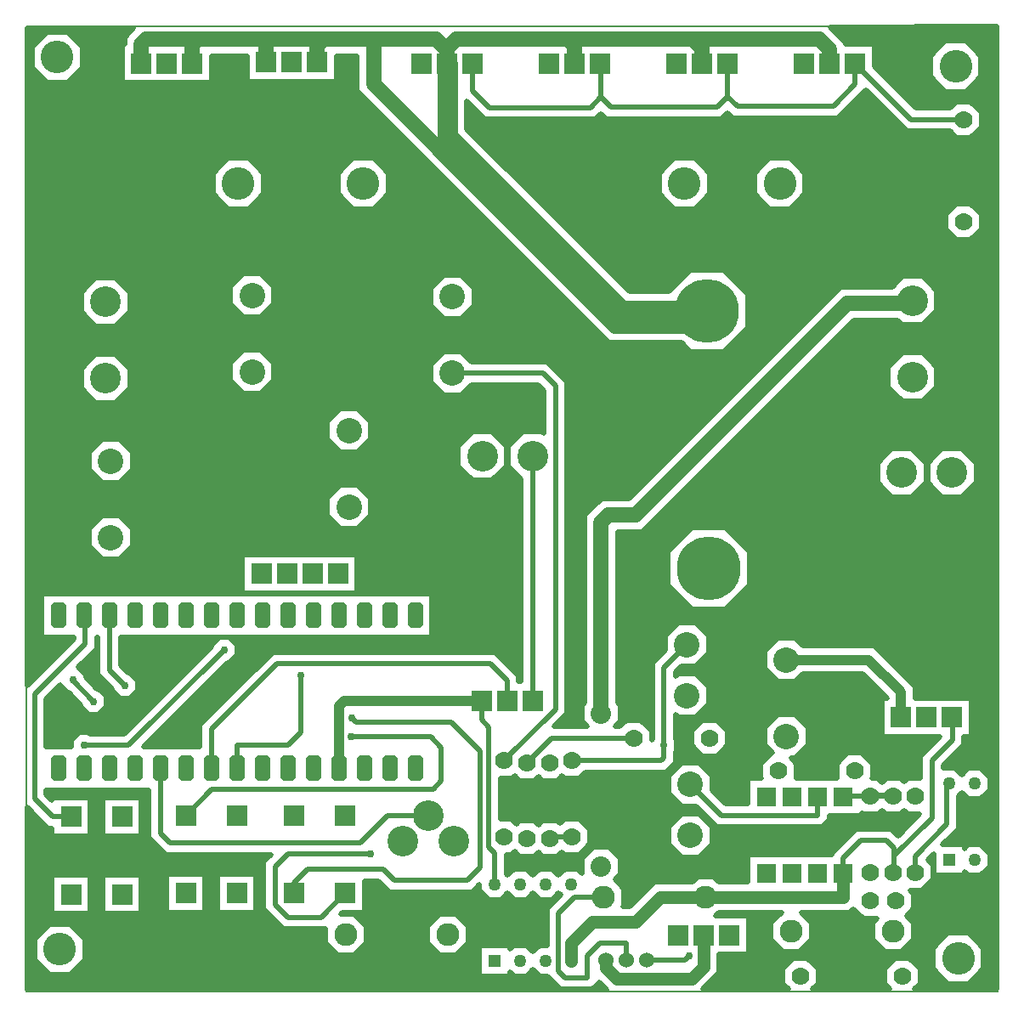
<source format=gbr>
G04 PROTEUS GERBER X2 FILE*
%TF.GenerationSoftware,Labcenter,Proteus,8.13-SP0-Build31525*%
%TF.CreationDate,2023-02-16T13:29:28+00:00*%
%TF.FileFunction,Copper,L1,Top*%
%TF.FilePolarity,Positive*%
%TF.Part,Single*%
%TF.SameCoordinates,{1a083b5a-91e7-4c28-9893-6f2ba5a781e2}*%
%FSLAX45Y45*%
%MOMM*%
G01*
%TA.AperFunction,Conductor*%
%ADD10C,1.524000*%
%ADD11C,2.032000*%
%ADD12C,0.508000*%
%ADD13C,1.016000*%
%ADD14C,1.270000*%
%TA.AperFunction,ViaPad*%
%ADD15C,0.762000*%
%TA.AperFunction,ComponentPad*%
%ADD16R,2.032000X2.032000*%
%TA.AperFunction,ComponentPad*%
%ADD17C,3.048000*%
%TA.AperFunction,ComponentPad*%
%ADD18R,1.905000X1.905000*%
%TA.AperFunction,ComponentPad*%
%ADD19C,2.540000*%
%ADD70C,6.350000*%
%TA.AperFunction,ComponentPad*%
%ADD71C,3.251200*%
%TA.AperFunction,ComponentPad*%
%ADD20C,2.286000*%
%ADD21C,1.778000*%
%TA.AperFunction,OtherPad,Unknown*%
%ADD22C,3.251200*%
%AMDIL015*
4,1,8,
-0.762000,0.965200,-0.457200,1.270000,0.457200,1.270000,0.762000,0.965200,0.762000,-0.965200,
0.457200,-1.270000,-0.457200,-1.270000,-0.762000,-0.965200,-0.762000,0.965200,
0*%
%TA.AperFunction,ComponentPad*%
%ADD23DIL015*%
%TA.AperFunction,ComponentPad*%
%ADD24R,1.270000X1.270000*%
%ADD25C,1.270000*%
%TA.AperFunction,ComponentPad*%
%ADD26C,1.524000*%
%TA.AperFunction,ComponentPad*%
%ADD27C,2.032000*%
%TA.AperFunction,Profile*%
%ADD28C,0.203200*%
%TD.AperFunction*%
G36*
X+4842171Y-4776697D02*
X+4020770Y-4777776D01*
X+4076699Y-4721847D01*
X+4076699Y-4574553D01*
X+3972547Y-4470401D01*
X+3825253Y-4470401D01*
X+3721101Y-4574553D01*
X+3721101Y-4721847D01*
X+3777350Y-4778096D01*
X+3003433Y-4779113D01*
X+3060699Y-4721847D01*
X+3060699Y-4574553D01*
X+2956547Y-4470401D01*
X+2809253Y-4470401D01*
X+2705101Y-4574553D01*
X+2705101Y-4721847D01*
X+2762684Y-4779430D01*
X+1911977Y-4780547D01*
X+2072639Y-4619885D01*
X+2072639Y-4429759D01*
X+2364739Y-4429759D01*
X+2364739Y-4048761D01*
X+2039966Y-4048761D01*
X+2075528Y-4013199D01*
X+2697134Y-4013199D01*
X+2590801Y-4119532D01*
X+2590801Y-4287868D01*
X+2709832Y-4406899D01*
X+2878168Y-4406899D01*
X+2997199Y-4287868D01*
X+2997199Y-4119532D01*
X+2890866Y-4013199D01*
X+3371476Y-4013199D01*
X+3407864Y-3976810D01*
X+3507753Y-4076699D01*
X+3649634Y-4076699D01*
X+3606801Y-4119532D01*
X+3606801Y-4287868D01*
X+3725832Y-4406899D01*
X+3894168Y-4406899D01*
X+4013199Y-4287868D01*
X+4013199Y-4119532D01*
X+3939706Y-4046040D01*
X+4013199Y-3972547D01*
X+4013199Y-3825253D01*
X+3979245Y-3791299D01*
X+4099547Y-3791299D01*
X+4203699Y-3687147D01*
X+4203699Y-3539853D01*
X+4152894Y-3489048D01*
X+4211515Y-3430427D01*
X+4211515Y-3644900D01*
X+4516313Y-3644900D01*
X+4516313Y-3606425D01*
X+4554788Y-3644900D01*
X+4681040Y-3644900D01*
X+4770313Y-3555627D01*
X+4770313Y-3429375D01*
X+4681040Y-3340102D01*
X+4554788Y-3340102D01*
X+4516313Y-3378577D01*
X+4516313Y-3340102D01*
X+4301840Y-3340102D01*
X+4457699Y-3184243D01*
X+4457699Y-2852241D01*
X+4490914Y-2819026D01*
X+4554788Y-2882900D01*
X+4681040Y-2882900D01*
X+4770313Y-2793627D01*
X+4770313Y-2667375D01*
X+4681040Y-2578102D01*
X+4554788Y-2578102D01*
X+4490914Y-2641976D01*
X+4427040Y-2578102D01*
X+4308989Y-2578102D01*
X+4308989Y-2550145D01*
X+4512422Y-2346712D01*
X+4512422Y-2260599D01*
X+4584699Y-2260599D01*
X+4584699Y-1879601D01*
X+4024404Y-1879601D01*
X+4024404Y-1762320D01*
X+3620985Y-1358901D01*
X+2908828Y-1358901D01*
X+2832628Y-1282701D01*
X+2653772Y-1282701D01*
X+2527301Y-1409172D01*
X+2527301Y-1588028D01*
X+2653772Y-1714499D01*
X+2832628Y-1714499D01*
X+2908828Y-1638299D01*
X+3505255Y-1638299D01*
X+3745006Y-1878050D01*
X+3745006Y-1879601D01*
X+3695701Y-1879601D01*
X+3695701Y-2260599D01*
X+4275251Y-2260599D01*
X+4080391Y-2455459D01*
X+4080391Y-2679701D01*
X+3952253Y-2679701D01*
X+3917950Y-2714004D01*
X+3883647Y-2679701D01*
X+3736353Y-2679701D01*
X+3695700Y-2720354D01*
X+3655047Y-2679701D01*
X+3598245Y-2679701D01*
X+3600799Y-2677147D01*
X+3600799Y-2529853D01*
X+3496647Y-2425701D01*
X+3349353Y-2425701D01*
X+3245201Y-2529853D01*
X+3245201Y-2677147D01*
X+3247754Y-2679700D01*
X+2842246Y-2679700D01*
X+2844799Y-2677147D01*
X+2844799Y-2529853D01*
X+2791445Y-2476499D01*
X+2832628Y-2476499D01*
X+2959099Y-2350028D01*
X+2959099Y-2171172D01*
X+2832628Y-2044701D01*
X+2653772Y-2044701D01*
X+2527301Y-2171172D01*
X+2527301Y-2350028D01*
X+2602974Y-2425701D01*
X+2593353Y-2425701D01*
X+2489201Y-2529853D01*
X+2489201Y-2677147D01*
X+2491754Y-2679700D01*
X+2362202Y-2679700D01*
X+2362202Y-2933701D01*
X+2142843Y-2933701D01*
X+2001519Y-2792377D01*
X+2001519Y-2648692D01*
X+1875048Y-2522221D01*
X+1696192Y-2522221D01*
X+1569721Y-2648692D01*
X+1569721Y-2827548D01*
X+1696192Y-2954019D01*
X+1839877Y-2954019D01*
X+2048157Y-3162299D01*
X+3101694Y-3162299D01*
X+3168650Y-3095343D01*
X+3168650Y-3047998D01*
X+3492500Y-3047998D01*
X+3492500Y-3020046D01*
X+3507753Y-3035299D01*
X+3655047Y-3035299D01*
X+3695700Y-2994646D01*
X+3736353Y-3035299D01*
X+3883647Y-3035299D01*
X+3917950Y-3000996D01*
X+3952253Y-3035299D01*
X+4073068Y-3035299D01*
X+3857583Y-3250784D01*
X+3788411Y-3181612D01*
X+3438565Y-3181612D01*
X+3194052Y-3426125D01*
X+3194052Y-3441700D01*
X+2362202Y-3441700D01*
X+2362202Y-3708401D01*
X+2075528Y-3708401D01*
X+2024728Y-3657601D01*
X+1856392Y-3657601D01*
X+1805592Y-3708401D01*
X+1427855Y-3708401D01*
X+1178935Y-3957321D01*
X+1115406Y-3957321D01*
X+1127759Y-3944968D01*
X+1127759Y-3776632D01*
X+1037846Y-3686720D01*
X+1089659Y-3634907D01*
X+1089659Y-3477093D01*
X+978067Y-3365501D01*
X+820253Y-3365501D01*
X+708661Y-3477093D01*
X+708661Y-3624956D01*
X+665106Y-3581401D01*
X+538854Y-3581401D01*
X+474980Y-3645275D01*
X+411106Y-3581401D01*
X+284854Y-3581401D01*
X+220980Y-3645275D01*
X+157106Y-3581401D01*
X+30854Y-3581401D01*
X-33020Y-3645275D01*
X-45721Y-3632574D01*
X-45721Y-3435699D01*
X+5067Y-3435699D01*
X+36370Y-3404396D01*
X+86373Y-3454399D01*
X+233667Y-3454399D01*
X+274320Y-3413746D01*
X+314973Y-3454399D01*
X+462267Y-3454399D01*
X+507196Y-3409470D01*
X+533426Y-3435700D01*
X+680720Y-3435700D01*
X+784872Y-3331548D01*
X+784872Y-3184254D01*
X+680720Y-3080102D01*
X+533426Y-3080102D01*
X+488497Y-3125031D01*
X+462267Y-3098801D01*
X+314973Y-3098801D01*
X+274320Y-3139454D01*
X+233667Y-3098801D01*
X+86373Y-3098801D01*
X+55070Y-3130104D01*
X+5067Y-3080101D01*
X-104540Y-3080101D01*
X-104540Y-2679699D01*
X+5067Y-2679699D01*
X+36370Y-2648396D01*
X+86373Y-2698399D01*
X+233667Y-2698399D01*
X+274320Y-2657746D01*
X+314973Y-2698399D01*
X+462267Y-2698399D01*
X+507196Y-2653470D01*
X+533426Y-2679700D01*
X+680720Y-2679700D01*
X+744220Y-2616200D01*
X+1545942Y-2616200D01*
X+1571344Y-2590799D01*
X+1638299Y-2523844D01*
X+1638299Y-2414805D01*
X+1650999Y-2402105D01*
X+1650999Y-2296895D01*
X+1638299Y-2284195D01*
X+1638299Y-2045226D01*
X+1663172Y-2070099D01*
X+1842028Y-2070099D01*
X+1968499Y-1943628D01*
X+1968499Y-1764772D01*
X+1842028Y-1638301D01*
X+1663172Y-1638301D01*
X+1638299Y-1663174D01*
X+1638299Y-1622143D01*
X+1698343Y-1562099D01*
X+1842028Y-1562099D01*
X+1968499Y-1435628D01*
X+1968499Y-1256772D01*
X+1842028Y-1130301D01*
X+1663172Y-1130301D01*
X+1536701Y-1256772D01*
X+1536701Y-1400457D01*
X+1409701Y-1527457D01*
X+1409701Y-2284195D01*
X+1400459Y-2293437D01*
X+1400459Y-2202193D01*
X+1296307Y-2098041D01*
X+1149013Y-2098041D01*
X+1085513Y-2161541D01*
X+1039025Y-2161541D01*
X+1089659Y-2110907D01*
X+1089659Y-1953093D01*
X+1064259Y-1927693D01*
X+1064259Y-219754D01*
X+1307578Y-219754D01*
X+3417213Y+1889881D01*
X+3852171Y+1889881D01*
X+3900551Y+1841501D01*
X+4100449Y+1841501D01*
X+4241799Y+1982851D01*
X+4241799Y+2182749D01*
X+4100449Y+2324099D01*
X+3900551Y+2324099D01*
X+3796531Y+2220079D01*
X+3280443Y+2220079D01*
X+1170808Y+110444D01*
X+900775Y+110444D01*
X+734061Y-56270D01*
X+734061Y-1927693D01*
X+708661Y-1953093D01*
X+708661Y-2110907D01*
X+759295Y-2161541D01*
X+433421Y-2161541D01*
X+558799Y-2036163D01*
X+558799Y+1279243D01*
X+364843Y+1473199D01*
X-393172Y+1473199D01*
X-494772Y+1574799D01*
X-673628Y+1574799D01*
X-800099Y+1448328D01*
X-800099Y+1269472D01*
X-673628Y+1143001D01*
X-494772Y+1143001D01*
X-393172Y+1244601D01*
X+270157Y+1244601D01*
X+330201Y+1184557D01*
X+330201Y+760347D01*
X+315849Y+774699D01*
X+115951Y+774699D01*
X-25399Y+633349D01*
X-25399Y+433451D01*
X+101601Y+306451D01*
X+101601Y-1714501D01*
X+76199Y-1714501D01*
X+76199Y-1654457D01*
X-158146Y-1420112D01*
X-2376648Y-1420112D01*
X-3098799Y-2142263D01*
X-3098799Y-2362201D01*
X-3661059Y-2362201D01*
X-2822857Y-1523999D01*
X-2804895Y-1523999D01*
X-2730501Y-1449605D01*
X-2730501Y-1344395D01*
X-2804895Y-1270001D01*
X-2910105Y-1270001D01*
X-2984499Y-1344395D01*
X-2984499Y-1362357D01*
X-3857343Y-2235201D01*
X-4189195Y-2235201D01*
X-4201895Y-2222501D01*
X-4307105Y-2222501D01*
X-4381499Y-2296895D01*
X-4381499Y-2362201D01*
X-4631680Y-2362201D01*
X-4631680Y-1888371D01*
X-4492401Y-1749092D01*
X-4492401Y-1751206D01*
X-4418007Y-1825600D01*
X-4406642Y-1825600D01*
X-4286249Y-1945993D01*
X-4286249Y-1963955D01*
X-4211855Y-2038349D01*
X-4106645Y-2038349D01*
X-4032251Y-1963955D01*
X-4032251Y-1858745D01*
X-4106645Y-1784351D01*
X-4124607Y-1784351D01*
X-4238403Y-1670555D01*
X-4238403Y-1645996D01*
X-4312797Y-1571602D01*
X-4314911Y-1571602D01*
X-4129503Y-1386194D01*
X-4129503Y-1269999D01*
X-4114799Y-1269999D01*
X-4114799Y-1647859D01*
X-3971841Y-1790817D01*
X-3971841Y-1808779D01*
X-3897447Y-1883173D01*
X-3792237Y-1883173D01*
X-3717843Y-1808779D01*
X-3717843Y-1703569D01*
X-3792237Y-1629175D01*
X-3810199Y-1629175D01*
X-3886201Y-1553173D01*
X-3886201Y-1269999D01*
X-787401Y-1269999D01*
X-787401Y-838201D01*
X-4673599Y-838201D01*
X-4673599Y-1269999D01*
X-4358099Y-1269999D01*
X-4358099Y-1291506D01*
X-4822529Y-1755936D01*
X-4822529Y+4799103D01*
X-3757428Y+4800503D01*
X-3848043Y+4709888D01*
X-3848043Y+4635499D01*
X-3873499Y+4635499D01*
X-3873499Y+4254501D01*
X-2984501Y+4254501D01*
X-2984501Y+4522750D01*
X-2628899Y+4522750D01*
X-2628899Y+4267201D01*
X-1739901Y+4267201D01*
X-1739901Y+4522750D01*
X-1532501Y+4522750D01*
X-1532501Y+4169216D01*
X+973014Y+1663701D01*
X+1698564Y+1663701D01*
X+1787464Y+1574801D01*
X+2124136Y+1574801D01*
X+2362199Y+1812864D01*
X+2362199Y+2149536D01*
X+2124136Y+2387599D01*
X+1787464Y+2387599D01*
X+1571564Y+2171699D01*
X+1183807Y+2171699D01*
X-438774Y+3794280D01*
X-438774Y+4068232D01*
X-263328Y+3892786D01*
X+840515Y+3892786D01*
X+895798Y+3948069D01*
X+949293Y+3894574D01*
X+2100416Y+3894574D01*
X+2159000Y+3953158D01*
X+2207879Y+3904279D01*
X+3258841Y+3904279D01*
X+3533460Y+4178898D01*
X+3940457Y+3771901D01*
X+4371353Y+3771901D01*
X+4434853Y+3708401D01*
X+4582147Y+3708401D01*
X+4686299Y+3812553D01*
X+4686299Y+3959847D01*
X+4582147Y+4063999D01*
X+4434853Y+4063999D01*
X+4371353Y+4000499D01*
X+4035143Y+4000499D01*
X+3619499Y+4416143D01*
X+3619499Y+4635499D01*
X+3336100Y+4635499D01*
X+3336100Y+4655521D01*
X+3182000Y+4809621D01*
X+4842171Y+4811803D01*
X+4842171Y-4776697D01*
G37*
%LPC*%
G36*
X+3900551Y+1562099D02*
X+4100449Y+1562099D01*
X+4241799Y+1420749D01*
X+4241799Y+1220851D01*
X+4100449Y+1079501D01*
X+3900551Y+1079501D01*
X+3759201Y+1220851D01*
X+3759201Y+1420749D01*
X+3900551Y+1562099D01*
G37*
G36*
X+1800164Y-177801D02*
X+2136836Y-177801D01*
X+2374899Y-415864D01*
X+2374899Y-752536D01*
X+2136836Y-990599D01*
X+1800164Y-990599D01*
X+1562101Y-752536D01*
X+1562101Y-415864D01*
X+1800164Y-177801D01*
G37*
G36*
X-4138549Y+2311399D02*
X-3938651Y+2311399D01*
X-3797301Y+2170049D01*
X-3797301Y+1970151D01*
X-3938651Y+1828801D01*
X-4138549Y+1828801D01*
X-4279899Y+1970151D01*
X-4279899Y+2170049D01*
X-4138549Y+2311399D01*
G37*
G36*
X-4138549Y+1549399D02*
X-3938651Y+1549399D01*
X-3797301Y+1408049D01*
X-3797301Y+1208151D01*
X-3938651Y+1066801D01*
X-4138549Y+1066801D01*
X-4279899Y+1208151D01*
X-4279899Y+1408049D01*
X-4138549Y+1549399D01*
G37*
G36*
X-4077228Y+698499D02*
X-3898372Y+698499D01*
X-3771901Y+572028D01*
X-3771901Y+393172D01*
X-3898372Y+266701D01*
X-4077228Y+266701D01*
X-4203699Y+393172D01*
X-4203699Y+572028D01*
X-4077228Y+698499D01*
G37*
G36*
X-4077228Y-63501D02*
X-3898372Y-63501D01*
X-3771901Y-189972D01*
X-3771901Y-368828D01*
X-3898372Y-495299D01*
X-4077228Y-495299D01*
X-4203699Y-368828D01*
X-4203699Y-189972D01*
X-4077228Y-63501D01*
G37*
G36*
X+2931159Y+3355358D02*
X+2931159Y+3147042D01*
X+2783858Y+2999741D01*
X+2575542Y+2999741D01*
X+2428241Y+3147042D01*
X+2428241Y+3355358D01*
X+2575542Y+3502659D01*
X+2783858Y+3502659D01*
X+2931159Y+3355358D01*
G37*
G36*
X-2466341Y+3355358D02*
X-2466341Y+3147042D01*
X-2613642Y+2999741D01*
X-2821958Y+2999741D01*
X-2969259Y+3147042D01*
X-2969259Y+3355358D01*
X-2821958Y+3502659D01*
X-2613642Y+3502659D01*
X-2466341Y+3355358D01*
G37*
G36*
X-1221741Y+3355358D02*
X-1221741Y+3147042D01*
X-1369042Y+2999741D01*
X-1577358Y+2999741D01*
X-1724659Y+3147042D01*
X-1724659Y+3355358D01*
X-1577358Y+3502659D01*
X-1369042Y+3502659D01*
X-1221741Y+3355358D01*
G37*
G36*
X+1978659Y+3355358D02*
X+1978659Y+3147042D01*
X+1831358Y+2999741D01*
X+1623042Y+2999741D01*
X+1475741Y+3147042D01*
X+1475741Y+3355358D01*
X+1623042Y+3502659D01*
X+1831358Y+3502659D01*
X+1978659Y+3355358D01*
G37*
G36*
X+4206241Y-4574558D02*
X+4206241Y-4366242D01*
X+4353542Y-4218941D01*
X+4561858Y-4218941D01*
X+4709159Y-4366242D01*
X+4709159Y-4574558D01*
X+4561858Y-4721859D01*
X+4353542Y-4721859D01*
X+4206241Y-4574558D01*
G37*
G36*
X+4635499Y+468249D02*
X+4635499Y+268351D01*
X+4494149Y+127001D01*
X+4294251Y+127001D01*
X+4152901Y+268351D01*
X+4152901Y+468249D01*
X+4294251Y+609599D01*
X+4494149Y+609599D01*
X+4635499Y+468249D01*
G37*
G36*
X+4135119Y+468249D02*
X+4135119Y+268351D01*
X+3993769Y+127001D01*
X+3793871Y+127001D01*
X+3652521Y+268351D01*
X+3652521Y+468249D01*
X+3793871Y+609599D01*
X+3993769Y+609599D01*
X+4135119Y+468249D01*
G37*
G36*
X-43181Y+633349D02*
X-43181Y+433451D01*
X-184531Y+292101D01*
X-384429Y+292101D01*
X-525779Y+433451D01*
X-525779Y+633349D01*
X-384429Y+774699D01*
X-184531Y+774699D01*
X-43181Y+633349D01*
G37*
G36*
X-4772659Y+4404342D02*
X-4772659Y+4612658D01*
X-4625358Y+4759959D01*
X-4417042Y+4759959D01*
X-4269741Y+4612658D01*
X-4269741Y+4404342D01*
X-4417042Y+4257041D01*
X-4625358Y+4257041D01*
X-4772659Y+4404342D01*
G37*
G36*
X+4180841Y+4315442D02*
X+4180841Y+4523758D01*
X+4328142Y+4671059D01*
X+4536458Y+4671059D01*
X+4683759Y+4523758D01*
X+4683759Y+4315442D01*
X+4536458Y+4168141D01*
X+4328142Y+4168141D01*
X+4180841Y+4315442D01*
G37*
G36*
X-2488672Y+1155701D02*
X-2667528Y+1155701D01*
X-2793999Y+1282172D01*
X-2793999Y+1461028D01*
X-2667528Y+1587499D01*
X-2488672Y+1587499D01*
X-2362201Y+1461028D01*
X-2362201Y+1282172D01*
X-2488672Y+1155701D01*
G37*
G36*
X-2488672Y+1917701D02*
X-2667528Y+1917701D01*
X-2793999Y+2044172D01*
X-2793999Y+2223028D01*
X-2667528Y+2349499D01*
X-2488672Y+2349499D01*
X-2362201Y+2223028D01*
X-2362201Y+2044172D01*
X-2488672Y+1917701D01*
G37*
G36*
X-494772Y+1905001D02*
X-673628Y+1905001D01*
X-800099Y+2031472D01*
X-800099Y+2210328D01*
X-673628Y+2336799D01*
X-494772Y+2336799D01*
X-368301Y+2210328D01*
X-368301Y+2031472D01*
X-494772Y+1905001D01*
G37*
G36*
X-1702328Y+1003299D02*
X-1523472Y+1003299D01*
X-1397001Y+876828D01*
X-1397001Y+697972D01*
X-1523472Y+571501D01*
X-1702328Y+571501D01*
X-1828799Y+697972D01*
X-1828799Y+876828D01*
X-1702328Y+1003299D01*
G37*
G36*
X-1702328Y+241299D02*
X-1523472Y+241299D01*
X-1397001Y+114828D01*
X-1397001Y-64028D01*
X-1523472Y-190499D01*
X-1702328Y-190499D01*
X-1828799Y-64028D01*
X-1828799Y+114828D01*
X-1702328Y+241299D01*
G37*
G36*
X+4434853Y+3047999D02*
X+4582147Y+3047999D01*
X+4686299Y+2943847D01*
X+4686299Y+2796553D01*
X+4582147Y+2692401D01*
X+4434853Y+2692401D01*
X+4330701Y+2796553D01*
X+4330701Y+2943847D01*
X+4434853Y+3047999D01*
G37*
G36*
X+2156459Y-2202193D02*
X+2156459Y-2349487D01*
X+2052307Y-2453639D01*
X+1905013Y-2453639D01*
X+1800861Y-2349487D01*
X+1800861Y-2202193D01*
X+1905013Y-2098041D01*
X+2052307Y-2098041D01*
X+2156459Y-2202193D01*
G37*
G36*
X+1696192Y-3030221D02*
X+1875048Y-3030221D01*
X+2001519Y-3156692D01*
X+2001519Y-3335548D01*
X+1875048Y-3462019D01*
X+1696192Y-3462019D01*
X+1569721Y-3335548D01*
X+1569721Y-3156692D01*
X+1696192Y-3030221D01*
G37*
G36*
X-1531621Y-828039D02*
X-2674619Y-828039D01*
X-2674619Y-447041D01*
X-1531621Y-447041D01*
X-1531621Y-828039D01*
G37*
%LPD*%
G36*
X-3606798Y-3225800D02*
X-3606798Y-3273144D01*
X-3442801Y-3437141D01*
X-2392283Y-3437141D01*
X-2463799Y-3508657D01*
X-2463799Y-3984343D01*
X-2269843Y-4178299D01*
X-1849119Y-4178299D01*
X-1849119Y-4315808D01*
X-1730088Y-4434839D01*
X-1561752Y-4434839D01*
X-1442721Y-4315808D01*
X-1442721Y-4147472D01*
X-1561752Y-4028441D01*
X-1695099Y-4028441D01*
X-1679857Y-4013199D01*
X-1460501Y-4013199D01*
X-1460501Y-3698160D01*
X-1322501Y-3698160D01*
X-1213202Y-3807459D01*
X-385672Y-3807459D01*
X-312419Y-3734206D01*
X-312419Y-3796926D01*
X-223146Y-3886199D01*
X-96894Y-3886199D01*
X-33020Y-3822325D01*
X+30854Y-3886199D01*
X+157106Y-3886199D01*
X+220980Y-3822325D01*
X+284854Y-3886199D01*
X+411106Y-3886199D01*
X+474980Y-3822325D01*
X+493406Y-3840752D01*
X+360681Y-3973477D01*
X+360681Y-4343401D01*
X+284854Y-4343401D01*
X+220980Y-4407275D01*
X+157106Y-4343401D01*
X+30854Y-4343401D01*
X-7621Y-4381876D01*
X-7621Y-4343401D01*
X-312419Y-4343401D01*
X-312419Y-4648199D01*
X-7621Y-4648199D01*
X-7621Y-4609724D01*
X+30854Y-4648199D01*
X+157106Y-4648199D01*
X+220980Y-4584325D01*
X+284854Y-4648199D01*
X+360681Y-4648199D01*
X+360681Y-4649823D01*
X+491137Y-4780279D01*
X+809343Y-4780279D01*
X+876299Y-4713323D01*
X+876299Y-4706243D01*
X+951865Y-4781809D01*
X-4822529Y-4789397D01*
X-4822529Y-2966863D01*
X-4614393Y-3174999D01*
X-4571999Y-3174999D01*
X-4571999Y-3251199D01*
X-4191001Y-3251199D01*
X-4191001Y-2870201D01*
X-4571999Y-2870201D01*
X-4571999Y-2894109D01*
X-4631680Y-2834428D01*
X-4631680Y-2793999D01*
X-3606799Y-2793999D01*
X-3606798Y-3225800D01*
G37*
%LPC*%
G36*
X-4747259Y-4485658D02*
X-4747259Y-4277342D01*
X-4599958Y-4130041D01*
X-4391642Y-4130041D01*
X-4244341Y-4277342D01*
X-4244341Y-4485658D01*
X-4391642Y-4632959D01*
X-4599958Y-4632959D01*
X-4747259Y-4485658D01*
G37*
G36*
X-4571999Y-3644901D02*
X-4191001Y-3644901D01*
X-4191001Y-4025899D01*
X-4571999Y-4025899D01*
X-4571999Y-3644901D01*
G37*
G36*
X-4063999Y-3644901D02*
X-3683001Y-3644901D01*
X-3683001Y-4025899D01*
X-4063999Y-4025899D01*
X-4063999Y-3644901D01*
G37*
G36*
X-4063999Y-2870201D02*
X-3683001Y-2870201D01*
X-3683001Y-3251199D01*
X-4063999Y-3251199D01*
X-4063999Y-2870201D01*
G37*
G36*
X-3428999Y-3632201D02*
X-3048001Y-3632201D01*
X-3048001Y-4013199D01*
X-3428999Y-4013199D01*
X-3428999Y-3632201D01*
G37*
G36*
X-2920999Y-3632201D02*
X-2540001Y-3632201D01*
X-2540001Y-4013199D01*
X-2920999Y-4013199D01*
X-2920999Y-3632201D01*
G37*
G36*
X-426721Y-4147472D02*
X-426721Y-4315808D01*
X-545752Y-4434839D01*
X-714088Y-4434839D01*
X-833119Y-4315808D01*
X-833119Y-4147472D01*
X-714088Y-4028441D01*
X-545752Y-4028441D01*
X-426721Y-4147472D01*
G37*
%LPD*%
D10*
X+1955800Y+1981200D02*
X+1803400Y+1828800D01*
X+1041399Y+1828800D01*
X-1367402Y+4237601D01*
X-1367402Y+4687849D01*
D11*
X-635000Y+4445000D02*
X-629273Y+4439273D01*
X-629273Y+3715373D01*
X+1104900Y+1981200D01*
X+1955800Y+1981200D01*
D10*
X-1367402Y+4687849D02*
X-1862922Y+4687849D01*
X-1367402Y+4687849D02*
X-743821Y+4687849D01*
X-635000Y+4579028D01*
X+571500Y+4687088D02*
X+1816100Y+4687088D01*
X-635000Y+4579028D02*
X-635000Y+4594072D01*
X-541984Y+4687088D01*
X+571500Y+4687088D01*
X+635000Y+4445000D02*
X+635000Y+4623588D01*
X+571500Y+4687088D01*
X+3175000Y+4445000D02*
X+3171001Y+4448999D01*
X+3171001Y+4587136D01*
X+3071049Y+4687088D01*
X+1816100Y+4687088D01*
X+1905000Y+4445000D02*
X+1905000Y+4598188D01*
X+1816100Y+4687088D01*
X-635000Y+4445000D02*
X-635000Y+4579028D01*
X-1862922Y+4687849D02*
X-2413000Y+4687849D01*
X-1930400Y+4457700D02*
X-1930400Y+4620371D01*
X-1862922Y+4687849D01*
X-3683000Y+4445000D02*
X-3682944Y+4445056D01*
X-3682944Y+4641503D01*
X-3636598Y+4687849D01*
X-2413000Y+4687849D01*
X-2438400Y+4457700D02*
X-2438400Y+4662449D01*
X-2413000Y+4687849D01*
X-3175000Y+4445000D02*
X-3175000Y+4627428D01*
X-3124034Y+4678394D01*
D12*
X+4025900Y-3613500D02*
X+4025900Y-3454400D01*
X+4343400Y-3136900D01*
X+4343400Y-2751015D01*
X+4363914Y-2730501D01*
X+2159000Y+4114800D02*
X+2159000Y+4445000D01*
X+2159000Y+4114800D02*
X+2053073Y+4008873D01*
X+996636Y+4008873D01*
X+895798Y+4109711D01*
X+3429000Y+4445000D02*
X+3429000Y+4236080D01*
X+3211498Y+4018578D01*
X+2255222Y+4018578D01*
X+2159000Y+4114800D01*
X+895798Y+4109711D02*
X+793172Y+4007085D01*
X-215985Y+4007085D01*
X-381000Y+4172100D01*
X-381000Y+4445000D01*
X+895798Y+4109711D02*
X+895798Y+4427211D01*
X+895798Y+4438202D01*
X+889000Y+4445000D01*
X+3429000Y+4445000D02*
X+3987800Y+3886200D01*
X+4508500Y+3886200D01*
X+3054351Y-2863849D02*
X+3054351Y-3048000D01*
X+2095500Y-3048000D01*
X+1785620Y-2738120D01*
X+3568700Y-2857500D02*
X+3556000Y-2870200D01*
X+3810000Y-2857500D02*
X+3810000Y-2844800D01*
X+3594100Y-2844800D01*
X+3581400Y-2857500D01*
X+3568700Y-2857500D01*
X+3556000Y-2857500D01*
X+3556000Y-2870200D01*
X+3810000Y-2857500D02*
X+3581400Y-2857500D01*
X+3575049Y-2851149D01*
X+3308351Y-2851149D01*
X+3308351Y-2863849D01*
X-2857500Y-1397000D02*
X-3810000Y-2349500D01*
X-4254500Y-2349500D01*
X-2095500Y-1651000D02*
X-2095500Y-2222500D01*
X-2222500Y-2349500D01*
X-2730500Y-2349500D01*
X-2730500Y-2578100D01*
X+1778000Y-4445000D02*
X+1732280Y-4490720D01*
X+1356360Y-4490720D01*
X+607073Y-3257901D02*
X+407319Y-3257901D01*
X+388620Y-3276600D01*
X+160020Y-2520600D02*
X+404780Y-2275840D01*
X+1222660Y-2275840D01*
X-292100Y-1905000D02*
X-292100Y-2095500D01*
X-218838Y-2168762D01*
X-218838Y-3365500D01*
X-160020Y-3424318D01*
X-160020Y-3733800D01*
D13*
X-1460500Y-1905000D02*
X-1333500Y-1905000D01*
X-1460500Y-1905000D02*
X-1663701Y-1905000D01*
X-1714500Y-1955799D01*
X-1714500Y-2578100D01*
X-292100Y-1905000D02*
X-1333500Y-1905000D01*
X+2743200Y-1498600D02*
X+3563120Y-1498600D01*
X+3862682Y-1798162D01*
X+3884705Y-1820185D01*
X+3884705Y-1968500D01*
X+3886200Y-2070100D01*
D12*
X-3492500Y-2578100D02*
X-3492500Y-3225800D01*
X-3395458Y-3322842D01*
X-1501357Y-3322842D01*
X-1226515Y-3048000D01*
X-825500Y-3048000D01*
X-38100Y-1905000D02*
X-38100Y-1701800D01*
X-205490Y-1534410D01*
X-2329304Y-1534410D01*
X-2984500Y-2189606D01*
X-2984500Y-2578100D01*
X-584200Y+1358900D02*
X+317500Y+1358900D01*
X+444500Y+1231900D01*
X+444500Y-1988820D01*
X-68580Y-2501900D01*
X-3844842Y-1756174D02*
X-4000500Y-1600516D01*
X-4000500Y-1054100D01*
X-2159000Y-3822700D02*
X-2159000Y-3720357D01*
X-2022504Y-3583861D01*
X-1275158Y-3583861D01*
X-1165859Y-3693160D01*
X-433015Y-3693160D01*
X-305596Y-3565741D01*
X-305596Y-2406191D01*
X-594727Y-2117060D01*
X-1541315Y-2117060D01*
X-1583494Y-2074881D01*
X-4381500Y-3060700D02*
X-4567050Y-3060700D01*
X-4745979Y-2881771D01*
X-4745979Y-1841028D01*
X-4243801Y-1338850D01*
X-4243801Y-1064799D01*
X-4254500Y-1054100D01*
X-4159250Y-1911350D02*
X-4365402Y-1705198D01*
X-4365402Y-1698601D01*
X-3238500Y-3048000D02*
X-2979070Y-2788570D01*
X-775303Y-2788570D01*
X-692964Y-2706231D01*
X-692964Y-2370667D01*
X-801873Y-2261758D01*
X-1590828Y-2261758D01*
D14*
X+3308351Y-3625849D02*
X+3308351Y-3860800D01*
X+1940560Y-3860800D01*
D12*
X+1524000Y-2476500D02*
X+1524000Y-2349500D01*
X-1651000Y-3822700D02*
X-1892300Y-4064000D01*
X-2222500Y-4064000D01*
X-2349500Y-3937000D01*
X-2349500Y-3556000D01*
X-2222500Y-3429000D01*
X-1397000Y-3429000D01*
X+607073Y-2501901D02*
X+1498599Y-2501901D01*
X+1524000Y-2476500D01*
X+215900Y-1905000D02*
X+215900Y+533400D01*
X+1524000Y-2349500D02*
X+1524000Y-1574800D01*
X+1752600Y-1346200D01*
X+3810000Y-3613500D02*
X+3818389Y-3605111D01*
X+3818389Y-3581400D01*
X+3818389Y-3451620D01*
X+3308351Y-3625849D02*
X+3308351Y-3473468D01*
X+3485908Y-3295911D01*
X+3741068Y-3295911D01*
X+3818389Y-3373232D01*
X+3818389Y-3451620D01*
X+4194690Y-3075319D01*
X+4194690Y-2502802D01*
X+4398123Y-2299369D01*
X+4398123Y-2074023D01*
X+4394200Y-2070100D01*
D10*
X+899160Y-2032000D02*
X+899160Y-124655D01*
X+969160Y-54655D01*
X+1239193Y-54655D01*
X+3348828Y+2054980D01*
X+3972680Y+2054980D01*
X+4000500Y+2082800D01*
D14*
X+1940560Y-3860800D02*
X+1490980Y-3860800D01*
X+1242060Y-4109720D01*
X+812800Y-4109720D01*
X+601980Y-4320540D01*
X+601980Y-4495800D01*
D12*
X+924560Y-3860800D02*
X+635000Y-3860800D01*
X+474980Y-4020820D01*
X+474980Y-4602480D01*
X+538480Y-4665980D01*
X+762000Y-4665980D01*
X+762000Y-4445000D01*
X+889000Y-4318000D01*
X+1153160Y-4318000D01*
X+1153160Y-4490720D01*
D14*
X+949960Y-4490720D02*
X+949960Y-4564380D01*
X+1059180Y-4673600D01*
X+1803400Y-4673600D01*
X+1920240Y-4556760D01*
X+1920240Y-4239260D01*
D15*
X-4254500Y-2349500D03*
X-2857500Y-1397000D03*
X-2095500Y-1651000D03*
X+1778000Y-4445000D03*
X-1460500Y-1905000D03*
X-3844842Y-1756174D03*
X-1583494Y-2074881D03*
X-4365402Y-1698601D03*
X-1590828Y-2261758D03*
X-4159250Y-1911350D03*
X-1397000Y-3429000D03*
X+1524000Y-2349500D03*
D12*
X+4842171Y-4776697D02*
X+4020770Y-4777776D01*
X+4076699Y-4721847D01*
X+4076699Y-4574553D01*
X+3972547Y-4470401D01*
X+3825253Y-4470401D01*
X+3721101Y-4574553D01*
X+3721101Y-4721847D01*
X+3777350Y-4778096D01*
X+3003433Y-4779113D01*
X+3060699Y-4721847D01*
X+3060699Y-4574553D01*
X+2956547Y-4470401D01*
X+2809253Y-4470401D01*
X+2705101Y-4574553D01*
X+2705101Y-4721847D01*
X+2762684Y-4779430D01*
X+1911977Y-4780547D01*
X+2072639Y-4619885D01*
X+2072639Y-4429759D01*
X+2364739Y-4429759D01*
X+2364739Y-4048761D01*
X+2039966Y-4048761D01*
X+2075528Y-4013199D01*
X+2697134Y-4013199D01*
X+2590801Y-4119532D01*
X+2590801Y-4287868D01*
X+2709832Y-4406899D01*
X+2878168Y-4406899D01*
X+2997199Y-4287868D01*
X+2997199Y-4119532D01*
X+2890866Y-4013199D01*
X+3371476Y-4013199D01*
X+3407864Y-3976810D01*
X+3507753Y-4076699D01*
X+3649634Y-4076699D01*
X+3606801Y-4119532D01*
X+3606801Y-4287868D01*
X+3725832Y-4406899D01*
X+3894168Y-4406899D01*
X+4013199Y-4287868D01*
X+4013199Y-4119532D01*
X+3939706Y-4046040D01*
X+4013199Y-3972547D01*
X+4013199Y-3825253D01*
X+3979245Y-3791299D01*
X+4099547Y-3791299D01*
X+4203699Y-3687147D01*
X+4203699Y-3539853D01*
X+4152894Y-3489048D01*
X+4211515Y-3430427D01*
X+4211515Y-3644900D01*
X+4516313Y-3644900D01*
X+4516313Y-3606425D01*
X+4554788Y-3644900D01*
X+4681040Y-3644900D01*
X+4770313Y-3555627D01*
X+4770313Y-3429375D01*
X+4681040Y-3340102D01*
X+4554788Y-3340102D01*
X+4516313Y-3378577D01*
X+4516313Y-3340102D01*
X+4301840Y-3340102D01*
X+4457699Y-3184243D01*
X+4457699Y-2852241D01*
X+4490914Y-2819026D01*
X+4554788Y-2882900D01*
X+4681040Y-2882900D01*
X+4770313Y-2793627D01*
X+4770313Y-2667375D01*
X+4681040Y-2578102D01*
X+4554788Y-2578102D01*
X+4490914Y-2641976D01*
X+4427040Y-2578102D01*
X+4308989Y-2578102D01*
X+4308989Y-2550145D01*
X+4512422Y-2346712D01*
X+4512422Y-2260599D01*
X+4584699Y-2260599D01*
X+4584699Y-1879601D01*
X+4024404Y-1879601D01*
X+4024404Y-1762320D01*
X+3620985Y-1358901D01*
X+2908828Y-1358901D01*
X+2832628Y-1282701D01*
X+2653772Y-1282701D01*
X+2527301Y-1409172D01*
X+2527301Y-1588028D01*
X+2653772Y-1714499D01*
X+2832628Y-1714499D01*
X+2908828Y-1638299D01*
X+3505255Y-1638299D01*
X+3745006Y-1878050D01*
X+3745006Y-1879601D01*
X+3695701Y-1879601D01*
X+3695701Y-2260599D01*
X+4275251Y-2260599D01*
X+4080391Y-2455459D01*
X+4080391Y-2679701D01*
X+3952253Y-2679701D01*
X+3917950Y-2714004D01*
X+3883647Y-2679701D01*
X+3736353Y-2679701D01*
X+3695700Y-2720354D01*
X+3655047Y-2679701D01*
X+3598245Y-2679701D01*
X+3600799Y-2677147D01*
X+3600799Y-2529853D01*
X+3496647Y-2425701D01*
X+3349353Y-2425701D01*
X+3245201Y-2529853D01*
X+3245201Y-2677147D01*
X+3247754Y-2679700D01*
X+2842246Y-2679700D01*
X+2844799Y-2677147D01*
X+2844799Y-2529853D01*
X+2791445Y-2476499D01*
X+2832628Y-2476499D01*
X+2959099Y-2350028D01*
X+2959099Y-2171172D01*
X+2832628Y-2044701D01*
X+2653772Y-2044701D01*
X+2527301Y-2171172D01*
X+2527301Y-2350028D01*
X+2602974Y-2425701D01*
X+2593353Y-2425701D01*
X+2489201Y-2529853D01*
X+2489201Y-2677147D01*
X+2491754Y-2679700D01*
X+2362202Y-2679700D01*
X+2362202Y-2933701D01*
X+2142843Y-2933701D01*
X+2001519Y-2792377D01*
X+2001519Y-2648692D01*
X+1875048Y-2522221D01*
X+1696192Y-2522221D01*
X+1569721Y-2648692D01*
X+1569721Y-2827548D01*
X+1696192Y-2954019D01*
X+1839877Y-2954019D01*
X+2048157Y-3162299D01*
X+3101694Y-3162299D01*
X+3168650Y-3095343D01*
X+3168650Y-3047998D01*
X+3492500Y-3047998D01*
X+3492500Y-3020046D01*
X+3507753Y-3035299D01*
X+3655047Y-3035299D01*
X+3695700Y-2994646D01*
X+3736353Y-3035299D01*
X+3883647Y-3035299D01*
X+3917950Y-3000996D01*
X+3952253Y-3035299D01*
X+4073068Y-3035299D01*
X+3857583Y-3250784D01*
X+3788411Y-3181612D01*
X+3438565Y-3181612D01*
X+3194052Y-3426125D01*
X+3194052Y-3441700D01*
X+2362202Y-3441700D01*
X+2362202Y-3708401D01*
X+2075528Y-3708401D01*
X+2024728Y-3657601D01*
X+1856392Y-3657601D01*
X+1805592Y-3708401D01*
X+1427855Y-3708401D01*
X+1178935Y-3957321D01*
X+1115406Y-3957321D01*
X+1127759Y-3944968D01*
X+1127759Y-3776632D01*
X+1037846Y-3686720D01*
X+1089659Y-3634907D01*
X+1089659Y-3477093D01*
X+978067Y-3365501D01*
X+820253Y-3365501D01*
X+708661Y-3477093D01*
X+708661Y-3624956D01*
X+665106Y-3581401D01*
X+538854Y-3581401D01*
X+474980Y-3645275D01*
X+411106Y-3581401D01*
X+284854Y-3581401D01*
X+220980Y-3645275D01*
X+157106Y-3581401D01*
X+30854Y-3581401D01*
X-33020Y-3645275D01*
X-45721Y-3632574D01*
X-45721Y-3435699D01*
X+5067Y-3435699D01*
X+36370Y-3404396D01*
X+86373Y-3454399D01*
X+233667Y-3454399D01*
X+274320Y-3413746D01*
X+314973Y-3454399D01*
X+462267Y-3454399D01*
X+507196Y-3409470D01*
X+533426Y-3435700D01*
X+680720Y-3435700D01*
X+784872Y-3331548D01*
X+784872Y-3184254D01*
X+680720Y-3080102D01*
X+533426Y-3080102D01*
X+488497Y-3125031D01*
X+462267Y-3098801D01*
X+314973Y-3098801D01*
X+274320Y-3139454D01*
X+233667Y-3098801D01*
X+86373Y-3098801D01*
X+55070Y-3130104D01*
X+5067Y-3080101D01*
X-104540Y-3080101D01*
X-104540Y-2679699D01*
X+5067Y-2679699D01*
X+36370Y-2648396D01*
X+86373Y-2698399D01*
X+233667Y-2698399D01*
X+274320Y-2657746D01*
X+314973Y-2698399D01*
X+462267Y-2698399D01*
X+507196Y-2653470D01*
X+533426Y-2679700D01*
X+680720Y-2679700D01*
X+744220Y-2616200D01*
X+1545942Y-2616200D01*
X+1571344Y-2590799D01*
X+1638299Y-2523844D01*
X+1638299Y-2414805D01*
X+1650999Y-2402105D01*
X+1650999Y-2296895D01*
X+1638299Y-2284195D01*
X+1638299Y-2045226D01*
X+1663172Y-2070099D01*
X+1842028Y-2070099D01*
X+1968499Y-1943628D01*
X+1968499Y-1764772D01*
X+1842028Y-1638301D01*
X+1663172Y-1638301D01*
X+1638299Y-1663174D01*
X+1638299Y-1622143D01*
X+1698343Y-1562099D01*
X+1842028Y-1562099D01*
X+1968499Y-1435628D01*
X+1968499Y-1256772D01*
X+1842028Y-1130301D01*
X+1663172Y-1130301D01*
X+1536701Y-1256772D01*
X+1536701Y-1400457D01*
X+1409701Y-1527457D01*
X+1409701Y-2284195D01*
X+1400459Y-2293437D01*
X+1400459Y-2202193D01*
X+1296307Y-2098041D01*
X+1149013Y-2098041D01*
X+1085513Y-2161541D01*
X+1039025Y-2161541D01*
X+1089659Y-2110907D01*
X+1089659Y-1953093D01*
X+1064259Y-1927693D01*
X+1064259Y-219754D01*
X+1307578Y-219754D01*
X+3417213Y+1889881D01*
X+3852171Y+1889881D01*
X+3900551Y+1841501D01*
X+4100449Y+1841501D01*
X+4241799Y+1982851D01*
X+4241799Y+2182749D01*
X+4100449Y+2324099D01*
X+3900551Y+2324099D01*
X+3796531Y+2220079D01*
X+3280443Y+2220079D01*
X+1170808Y+110444D01*
X+900775Y+110444D01*
X+734061Y-56270D01*
X+734061Y-1927693D01*
X+708661Y-1953093D01*
X+708661Y-2110907D01*
X+759295Y-2161541D01*
X+433421Y-2161541D01*
X+558799Y-2036163D01*
X+558799Y+1279243D01*
X+364843Y+1473199D01*
X-393172Y+1473199D01*
X-494772Y+1574799D01*
X-673628Y+1574799D01*
X-800099Y+1448328D01*
X-800099Y+1269472D01*
X-673628Y+1143001D01*
X-494772Y+1143001D01*
X-393172Y+1244601D01*
X+270157Y+1244601D01*
X+330201Y+1184557D01*
X+330201Y+760347D01*
X+315849Y+774699D01*
X+115951Y+774699D01*
X-25399Y+633349D01*
X-25399Y+433451D01*
X+101601Y+306451D01*
X+101601Y-1714501D01*
X+76199Y-1714501D01*
X+76199Y-1654457D01*
X-158146Y-1420112D01*
X-2376648Y-1420112D01*
X-3098799Y-2142263D01*
X-3098799Y-2362201D01*
X-3661059Y-2362201D01*
X-2822857Y-1523999D01*
X-2804895Y-1523999D01*
X-2730501Y-1449605D01*
X-2730501Y-1344395D01*
X-2804895Y-1270001D01*
X-2910105Y-1270001D01*
X-2984499Y-1344395D01*
X-2984499Y-1362357D01*
X-3857343Y-2235201D01*
X-4189195Y-2235201D01*
X-4201895Y-2222501D01*
X-4307105Y-2222501D01*
X-4381499Y-2296895D01*
X-4381499Y-2362201D01*
X-4631680Y-2362201D01*
X-4631680Y-1888371D01*
X-4492401Y-1749092D01*
X-4492401Y-1751206D01*
X-4418007Y-1825600D01*
X-4406642Y-1825600D01*
X-4286249Y-1945993D01*
X-4286249Y-1963955D01*
X-4211855Y-2038349D01*
X-4106645Y-2038349D01*
X-4032251Y-1963955D01*
X-4032251Y-1858745D01*
X-4106645Y-1784351D01*
X-4124607Y-1784351D01*
X-4238403Y-1670555D01*
X-4238403Y-1645996D01*
X-4312797Y-1571602D01*
X-4314911Y-1571602D01*
X-4129503Y-1386194D01*
X-4129503Y-1269999D01*
X-4114799Y-1269999D01*
X-4114799Y-1647859D01*
X-3971841Y-1790817D01*
X-3971841Y-1808779D01*
X-3897447Y-1883173D01*
X-3792237Y-1883173D01*
X-3717843Y-1808779D01*
X-3717843Y-1703569D01*
X-3792237Y-1629175D01*
X-3810199Y-1629175D01*
X-3886201Y-1553173D01*
X-3886201Y-1269999D01*
X-787401Y-1269999D01*
X-787401Y-838201D01*
X-4673599Y-838201D01*
X-4673599Y-1269999D01*
X-4358099Y-1269999D01*
X-4358099Y-1291506D01*
X-4822529Y-1755936D01*
X-4822529Y+4799103D01*
X-3757428Y+4800503D01*
X-3848043Y+4709888D01*
X-3848043Y+4635499D01*
X-3873499Y+4635499D01*
X-3873499Y+4254501D01*
X-2984501Y+4254501D01*
X-2984501Y+4522750D01*
X-2628899Y+4522750D01*
X-2628899Y+4267201D01*
X-1739901Y+4267201D01*
X-1739901Y+4522750D01*
X-1532501Y+4522750D01*
X-1532501Y+4169216D01*
X+973014Y+1663701D01*
X+1698564Y+1663701D01*
X+1787464Y+1574801D01*
X+2124136Y+1574801D01*
X+2362199Y+1812864D01*
X+2362199Y+2149536D01*
X+2124136Y+2387599D01*
X+1787464Y+2387599D01*
X+1571564Y+2171699D01*
X+1183807Y+2171699D01*
X-438774Y+3794280D01*
X-438774Y+4068232D01*
X-263328Y+3892786D01*
X+840515Y+3892786D01*
X+895798Y+3948069D01*
X+949293Y+3894574D01*
X+2100416Y+3894574D01*
X+2159000Y+3953158D01*
X+2207879Y+3904279D01*
X+3258841Y+3904279D01*
X+3533460Y+4178898D01*
X+3940457Y+3771901D01*
X+4371353Y+3771901D01*
X+4434853Y+3708401D01*
X+4582147Y+3708401D01*
X+4686299Y+3812553D01*
X+4686299Y+3959847D01*
X+4582147Y+4063999D01*
X+4434853Y+4063999D01*
X+4371353Y+4000499D01*
X+4035143Y+4000499D01*
X+3619499Y+4416143D01*
X+3619499Y+4635499D01*
X+3336100Y+4635499D01*
X+3336100Y+4655521D01*
X+3182000Y+4809621D01*
X+4842171Y+4811803D01*
X+4842171Y-4776697D01*
X+3900551Y+1562099D02*
X+4100449Y+1562099D01*
X+4241799Y+1420749D01*
X+4241799Y+1220851D01*
X+4100449Y+1079501D01*
X+3900551Y+1079501D01*
X+3759201Y+1220851D01*
X+3759201Y+1420749D01*
X+3900551Y+1562099D01*
X+1800164Y-177801D02*
X+2136836Y-177801D01*
X+2374899Y-415864D01*
X+2374899Y-752536D01*
X+2136836Y-990599D01*
X+1800164Y-990599D01*
X+1562101Y-752536D01*
X+1562101Y-415864D01*
X+1800164Y-177801D01*
X-4138549Y+2311399D02*
X-3938651Y+2311399D01*
X-3797301Y+2170049D01*
X-3797301Y+1970151D01*
X-3938651Y+1828801D01*
X-4138549Y+1828801D01*
X-4279899Y+1970151D01*
X-4279899Y+2170049D01*
X-4138549Y+2311399D01*
X-4138549Y+1549399D02*
X-3938651Y+1549399D01*
X-3797301Y+1408049D01*
X-3797301Y+1208151D01*
X-3938651Y+1066801D01*
X-4138549Y+1066801D01*
X-4279899Y+1208151D01*
X-4279899Y+1408049D01*
X-4138549Y+1549399D01*
X-4077228Y+698499D02*
X-3898372Y+698499D01*
X-3771901Y+572028D01*
X-3771901Y+393172D01*
X-3898372Y+266701D01*
X-4077228Y+266701D01*
X-4203699Y+393172D01*
X-4203699Y+572028D01*
X-4077228Y+698499D01*
X-4077228Y-63501D02*
X-3898372Y-63501D01*
X-3771901Y-189972D01*
X-3771901Y-368828D01*
X-3898372Y-495299D01*
X-4077228Y-495299D01*
X-4203699Y-368828D01*
X-4203699Y-189972D01*
X-4077228Y-63501D01*
X+2931159Y+3355358D02*
X+2931159Y+3147042D01*
X+2783858Y+2999741D01*
X+2575542Y+2999741D01*
X+2428241Y+3147042D01*
X+2428241Y+3355358D01*
X+2575542Y+3502659D01*
X+2783858Y+3502659D01*
X+2931159Y+3355358D01*
X-2466341Y+3355358D02*
X-2466341Y+3147042D01*
X-2613642Y+2999741D01*
X-2821958Y+2999741D01*
X-2969259Y+3147042D01*
X-2969259Y+3355358D01*
X-2821958Y+3502659D01*
X-2613642Y+3502659D01*
X-2466341Y+3355358D01*
X-1221741Y+3355358D02*
X-1221741Y+3147042D01*
X-1369042Y+2999741D01*
X-1577358Y+2999741D01*
X-1724659Y+3147042D01*
X-1724659Y+3355358D01*
X-1577358Y+3502659D01*
X-1369042Y+3502659D01*
X-1221741Y+3355358D01*
X+1978659Y+3355358D02*
X+1978659Y+3147042D01*
X+1831358Y+2999741D01*
X+1623042Y+2999741D01*
X+1475741Y+3147042D01*
X+1475741Y+3355358D01*
X+1623042Y+3502659D01*
X+1831358Y+3502659D01*
X+1978659Y+3355358D01*
X+4206241Y-4574558D02*
X+4206241Y-4366242D01*
X+4353542Y-4218941D01*
X+4561858Y-4218941D01*
X+4709159Y-4366242D01*
X+4709159Y-4574558D01*
X+4561858Y-4721859D01*
X+4353542Y-4721859D01*
X+4206241Y-4574558D01*
X+4635499Y+468249D02*
X+4635499Y+268351D01*
X+4494149Y+127001D01*
X+4294251Y+127001D01*
X+4152901Y+268351D01*
X+4152901Y+468249D01*
X+4294251Y+609599D01*
X+4494149Y+609599D01*
X+4635499Y+468249D01*
X+4135119Y+468249D02*
X+4135119Y+268351D01*
X+3993769Y+127001D01*
X+3793871Y+127001D01*
X+3652521Y+268351D01*
X+3652521Y+468249D01*
X+3793871Y+609599D01*
X+3993769Y+609599D01*
X+4135119Y+468249D01*
X-43181Y+633349D02*
X-43181Y+433451D01*
X-184531Y+292101D01*
X-384429Y+292101D01*
X-525779Y+433451D01*
X-525779Y+633349D01*
X-384429Y+774699D01*
X-184531Y+774699D01*
X-43181Y+633349D01*
X-4772659Y+4404342D02*
X-4772659Y+4612658D01*
X-4625358Y+4759959D01*
X-4417042Y+4759959D01*
X-4269741Y+4612658D01*
X-4269741Y+4404342D01*
X-4417042Y+4257041D01*
X-4625358Y+4257041D01*
X-4772659Y+4404342D01*
X+4180841Y+4315442D02*
X+4180841Y+4523758D01*
X+4328142Y+4671059D01*
X+4536458Y+4671059D01*
X+4683759Y+4523758D01*
X+4683759Y+4315442D01*
X+4536458Y+4168141D01*
X+4328142Y+4168141D01*
X+4180841Y+4315442D01*
X-2488672Y+1155701D02*
X-2667528Y+1155701D01*
X-2793999Y+1282172D01*
X-2793999Y+1461028D01*
X-2667528Y+1587499D01*
X-2488672Y+1587499D01*
X-2362201Y+1461028D01*
X-2362201Y+1282172D01*
X-2488672Y+1155701D01*
X-2488672Y+1917701D02*
X-2667528Y+1917701D01*
X-2793999Y+2044172D01*
X-2793999Y+2223028D01*
X-2667528Y+2349499D01*
X-2488672Y+2349499D01*
X-2362201Y+2223028D01*
X-2362201Y+2044172D01*
X-2488672Y+1917701D01*
X-494772Y+1905001D02*
X-673628Y+1905001D01*
X-800099Y+2031472D01*
X-800099Y+2210328D01*
X-673628Y+2336799D01*
X-494772Y+2336799D01*
X-368301Y+2210328D01*
X-368301Y+2031472D01*
X-494772Y+1905001D01*
X-1702328Y+1003299D02*
X-1523472Y+1003299D01*
X-1397001Y+876828D01*
X-1397001Y+697972D01*
X-1523472Y+571501D01*
X-1702328Y+571501D01*
X-1828799Y+697972D01*
X-1828799Y+876828D01*
X-1702328Y+1003299D01*
X-1702328Y+241299D02*
X-1523472Y+241299D01*
X-1397001Y+114828D01*
X-1397001Y-64028D01*
X-1523472Y-190499D01*
X-1702328Y-190499D01*
X-1828799Y-64028D01*
X-1828799Y+114828D01*
X-1702328Y+241299D01*
X+4434853Y+3047999D02*
X+4582147Y+3047999D01*
X+4686299Y+2943847D01*
X+4686299Y+2796553D01*
X+4582147Y+2692401D01*
X+4434853Y+2692401D01*
X+4330701Y+2796553D01*
X+4330701Y+2943847D01*
X+4434853Y+3047999D01*
X+2156459Y-2202193D02*
X+2156459Y-2349487D01*
X+2052307Y-2453639D01*
X+1905013Y-2453639D01*
X+1800861Y-2349487D01*
X+1800861Y-2202193D01*
X+1905013Y-2098041D01*
X+2052307Y-2098041D01*
X+2156459Y-2202193D01*
X+1696192Y-3030221D02*
X+1875048Y-3030221D01*
X+2001519Y-3156692D01*
X+2001519Y-3335548D01*
X+1875048Y-3462019D01*
X+1696192Y-3462019D01*
X+1569721Y-3335548D01*
X+1569721Y-3156692D01*
X+1696192Y-3030221D01*
X-1531621Y-828039D02*
X-2674619Y-828039D01*
X-2674619Y-447041D01*
X-1531621Y-447041D01*
X-1531621Y-828039D01*
X-3606798Y-3225800D02*
X-3606798Y-3273144D01*
X-3442801Y-3437141D01*
X-2392283Y-3437141D01*
X-2463799Y-3508657D01*
X-2463799Y-3984343D01*
X-2269843Y-4178299D01*
X-1849119Y-4178299D01*
X-1849119Y-4315808D01*
X-1730088Y-4434839D01*
X-1561752Y-4434839D01*
X-1442721Y-4315808D01*
X-1442721Y-4147472D01*
X-1561752Y-4028441D01*
X-1695099Y-4028441D01*
X-1679857Y-4013199D01*
X-1460501Y-4013199D01*
X-1460501Y-3698160D01*
X-1322501Y-3698160D01*
X-1213202Y-3807459D01*
X-385672Y-3807459D01*
X-312419Y-3734206D01*
X-312419Y-3796926D01*
X-223146Y-3886199D01*
X-96894Y-3886199D01*
X-33020Y-3822325D01*
X+30854Y-3886199D01*
X+157106Y-3886199D01*
X+220980Y-3822325D01*
X+284854Y-3886199D01*
X+411106Y-3886199D01*
X+474980Y-3822325D01*
X+493406Y-3840752D01*
X+360681Y-3973477D01*
X+360681Y-4343401D01*
X+284854Y-4343401D01*
X+220980Y-4407275D01*
X+157106Y-4343401D01*
X+30854Y-4343401D01*
X-7621Y-4381876D01*
X-7621Y-4343401D01*
X-312419Y-4343401D01*
X-312419Y-4648199D01*
X-7621Y-4648199D01*
X-7621Y-4609724D01*
X+30854Y-4648199D01*
X+157106Y-4648199D01*
X+220980Y-4584325D01*
X+284854Y-4648199D01*
X+360681Y-4648199D01*
X+360681Y-4649823D01*
X+491137Y-4780279D01*
X+809343Y-4780279D01*
X+876299Y-4713323D01*
X+876299Y-4706243D01*
X+951865Y-4781809D01*
X-4822529Y-4789397D01*
X-4822529Y-2966863D01*
X-4614393Y-3174999D01*
X-4571999Y-3174999D01*
X-4571999Y-3251199D01*
X-4191001Y-3251199D01*
X-4191001Y-2870201D01*
X-4571999Y-2870201D01*
X-4571999Y-2894109D01*
X-4631680Y-2834428D01*
X-4631680Y-2793999D01*
X-3606799Y-2793999D01*
X-3606798Y-3225800D01*
X-4747259Y-4485658D02*
X-4747259Y-4277342D01*
X-4599958Y-4130041D01*
X-4391642Y-4130041D01*
X-4244341Y-4277342D01*
X-4244341Y-4485658D01*
X-4391642Y-4632959D01*
X-4599958Y-4632959D01*
X-4747259Y-4485658D01*
X-4571999Y-3644901D02*
X-4191001Y-3644901D01*
X-4191001Y-4025899D01*
X-4571999Y-4025899D01*
X-4571999Y-3644901D01*
X-4063999Y-3644901D02*
X-3683001Y-3644901D01*
X-3683001Y-4025899D01*
X-4063999Y-4025899D01*
X-4063999Y-3644901D01*
X-4063999Y-2870201D02*
X-3683001Y-2870201D01*
X-3683001Y-3251199D01*
X-4063999Y-3251199D01*
X-4063999Y-2870201D01*
X-3428999Y-3632201D02*
X-3048001Y-3632201D01*
X-3048001Y-4013199D01*
X-3428999Y-4013199D01*
X-3428999Y-3632201D01*
X-2920999Y-3632201D02*
X-2540001Y-3632201D01*
X-2540001Y-4013199D01*
X-2920999Y-4013199D01*
X-2920999Y-3632201D01*
X-426721Y-4147472D02*
X-426721Y-4315808D01*
X-545752Y-4434839D01*
X-714088Y-4434839D01*
X-833119Y-4315808D01*
X-833119Y-4147472D01*
X-714088Y-4028441D01*
X-545752Y-4028441D01*
X-426721Y-4147472D01*
D16*
X+3429000Y+4445000D03*
X+3175000Y+4445000D03*
X+2921000Y+4445000D03*
X+2159000Y+4445000D03*
X+1905000Y+4445000D03*
X+1651000Y+4445000D03*
X+889000Y+4445000D03*
X+635000Y+4445000D03*
X+381000Y+4445000D03*
X-381000Y+4445000D03*
X-635000Y+4445000D03*
X-889000Y+4445000D03*
X-1930400Y+4457700D03*
X-2184400Y+4457700D03*
X-2438400Y+4457700D03*
X-3175000Y+4445000D03*
X-3429000Y+4445000D03*
X-3683000Y+4445000D03*
D17*
X+4000500Y+2082800D03*
X+4000500Y+1320800D03*
D18*
X+2546351Y-3625849D03*
X+2800351Y-3625849D03*
X+3054351Y-3625849D03*
X+3308351Y-3625849D03*
X+3308351Y-2863849D03*
X+3054351Y-2863849D03*
X+2800351Y-2863849D03*
X+2546351Y-2863849D03*
D19*
X+2743200Y-2260600D03*
X+2743200Y-1498600D03*
D70*
X+1955800Y+1981200D03*
X+1968500Y-584200D03*
D17*
X-4038600Y+2070100D03*
X-4038600Y+1308100D03*
D19*
X-3987800Y+482600D03*
X-3987800Y-279400D03*
D71*
X+2679700Y+3251200D03*
X-2717800Y+3251200D03*
X-1473200Y+3251200D03*
X+1727200Y+3251200D03*
D20*
X+3810000Y-4203700D03*
X+2794000Y-4203700D03*
D21*
X+3581400Y-3898900D03*
X+3835400Y-3898900D03*
X+3810000Y-2857500D03*
X+3810000Y-3613500D03*
X+3423000Y-2603500D03*
X+2667000Y-2603500D03*
X+3581400Y-3613500D03*
X+3581400Y-2857500D03*
D22*
X-4495800Y-4381500D03*
X+4457700Y-4470400D03*
D16*
X+4394200Y-2070100D03*
X+4140200Y-2070100D03*
X+3886200Y-2070100D03*
D17*
X+4394200Y+368300D03*
X+3893820Y+368300D03*
D16*
X+215900Y-1905000D03*
X-38100Y-1905000D03*
X-292100Y-1905000D03*
D17*
X+215900Y+533400D03*
X-284480Y+533400D03*
D22*
X-4521200Y+4508500D03*
X+4432300Y+4419600D03*
D19*
X-2578100Y+1371600D03*
X-2578100Y+2133600D03*
X-584200Y+1358900D03*
X-584200Y+2120900D03*
X-1612900Y+787400D03*
X-1612900Y+25400D03*
D23*
X-952500Y-1054100D03*
X-1206500Y-1054100D03*
X-1460500Y-1054100D03*
X-1714500Y-1054100D03*
X-1968500Y-1054100D03*
X-2222500Y-1054100D03*
X-2476500Y-1054100D03*
X-2730500Y-1054100D03*
X-2984500Y-1054100D03*
X-3238500Y-1054100D03*
X-3492500Y-1054100D03*
X-3746500Y-1054100D03*
X-4000500Y-1054100D03*
X-4254500Y-1054100D03*
X-4508500Y-1054100D03*
X-4508500Y-2578100D03*
X-4254500Y-2578100D03*
X-4000500Y-2578100D03*
X-3746500Y-2578100D03*
X-3492500Y-2578100D03*
X-3238500Y-2578100D03*
X-2984500Y-2578100D03*
X-2730500Y-2578100D03*
X-2476500Y-2578100D03*
X-2222500Y-2578100D03*
X-1968500Y-2578100D03*
X-1714500Y-2578100D03*
X-1460500Y-2578100D03*
X-1206500Y-2578100D03*
X-952500Y-2578100D03*
D17*
X-1079500Y-3302000D03*
X-571500Y-3302000D03*
X-825500Y-3048000D03*
D21*
X+4025900Y-3613500D03*
X+4025900Y-2857500D03*
X-68580Y-2501900D03*
X-68580Y-3257900D03*
X+4508500Y+3886200D03*
X+4508500Y+2870200D03*
X+2882900Y-4648200D03*
X+3898900Y-4648200D03*
X+1978660Y-2275840D03*
X+1222660Y-2275840D03*
X+160020Y-2520600D03*
X+160020Y-3276600D03*
D24*
X+4363914Y-3492501D03*
D25*
X+4617914Y-3492501D03*
X+4617914Y-2730501D03*
X+4363914Y-2730501D03*
D19*
X+1752600Y-1854200D03*
X+1752600Y-1346200D03*
D16*
X-4381500Y-3835400D03*
X-3873500Y-3835400D03*
X-3873500Y-3060700D03*
X-4381500Y-3060700D03*
X-3238500Y-3822700D03*
X-2730500Y-3822700D03*
X-2730500Y-3048000D03*
X-3238500Y-3048000D03*
X-2159000Y-3822700D03*
X-1651000Y-3822700D03*
X-1651000Y-3048000D03*
X-2159000Y-3048000D03*
D19*
X+1785620Y-2738120D03*
X+1785620Y-3246120D03*
D20*
X+1940560Y-3860800D03*
X+924560Y-3860800D03*
X-1645920Y-4231640D03*
X-629920Y-4231640D03*
D16*
X-1722120Y-637540D03*
X-1976120Y-637540D03*
X-2230120Y-637540D03*
X-2484120Y-637540D03*
D21*
X+388620Y-2520600D03*
X+388620Y-3276600D03*
X+607073Y-3257901D03*
X+607073Y-2501901D03*
D24*
X-160020Y-4495800D03*
D25*
X+93980Y-4495800D03*
X+347980Y-4495800D03*
X+601980Y-4495800D03*
X+601980Y-3733800D03*
X+347980Y-3733800D03*
X+93980Y-3733800D03*
X-160020Y-3733800D03*
D26*
X+949960Y-4490720D03*
X+1153160Y-4490720D03*
X+1356360Y-4490720D03*
D16*
X+2174240Y-4239260D03*
X+1920240Y-4239260D03*
X+1666240Y-4239260D03*
D27*
X+899160Y-2032000D03*
X+899160Y-3556000D03*
D28*
X-4826000Y-4800600D02*
X+4851400Y-4800600D01*
X+4851400Y+4813300D01*
X-4826000Y+4813300D01*
X-4826000Y-4800600D01*
M02*

</source>
